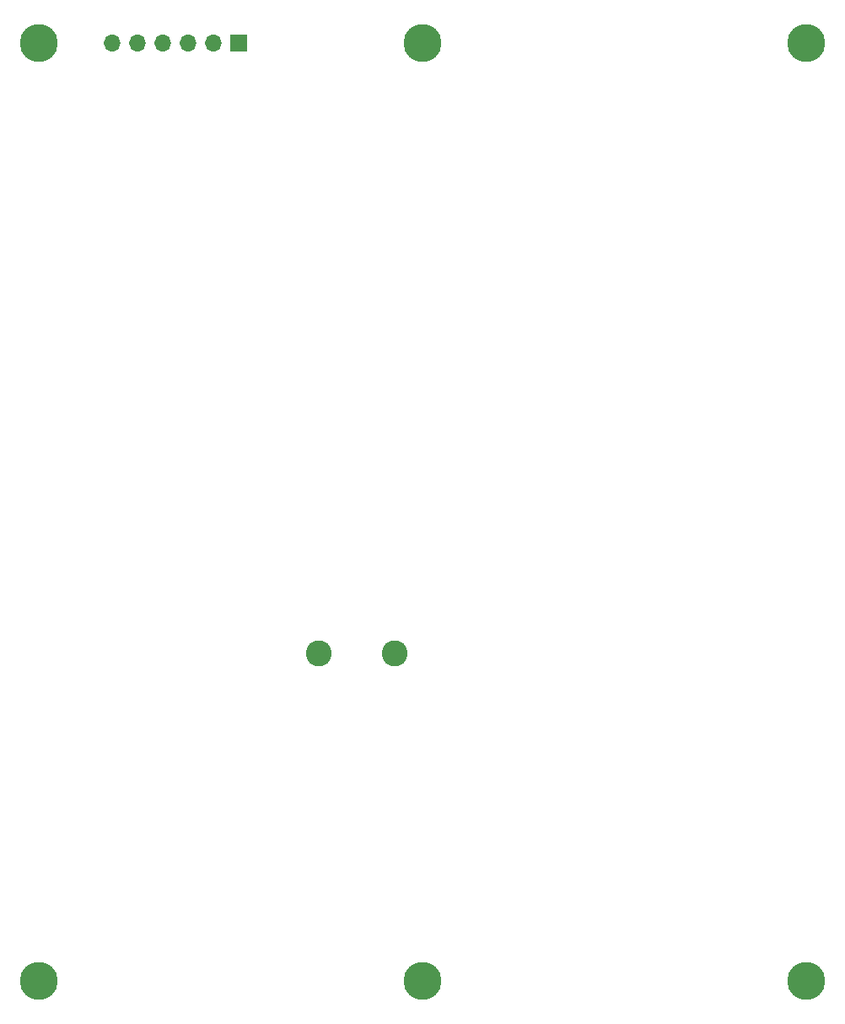
<source format=gbr>
%TF.GenerationSoftware,KiCad,Pcbnew,(6.0.5)*%
%TF.CreationDate,2022-08-19T15:48:38-07:00*%
%TF.ProjectId,Coil_Panels_XY,436f696c-5f50-4616-9e65-6c735f58592e,rev?*%
%TF.SameCoordinates,Original*%
%TF.FileFunction,Soldermask,Top*%
%TF.FilePolarity,Negative*%
%FSLAX46Y46*%
G04 Gerber Fmt 4.6, Leading zero omitted, Abs format (unit mm)*
G04 Created by KiCad (PCBNEW (6.0.5)) date 2022-08-19 15:48:38*
%MOMM*%
%LPD*%
G01*
G04 APERTURE LIST*
%ADD10C,2.600000*%
%ADD11C,3.800000*%
%ADD12R,1.700000X1.700000*%
%ADD13O,1.700000X1.700000*%
G04 APERTURE END LIST*
D10*
%TO.C,H1*%
X111942000Y-49921999D03*
D11*
X111942000Y-49921999D03*
%TD*%
D12*
%TO.C,J1*%
X131942000Y-49921999D03*
D13*
X129402000Y-49921999D03*
X126862000Y-49921999D03*
X124322000Y-49921999D03*
X121782000Y-49921999D03*
X119242000Y-49921999D03*
%TD*%
D10*
%TO.C,H5*%
X150442000Y-143921999D03*
D11*
X150442000Y-143921999D03*
%TD*%
%TO.C,H4*%
X111942000Y-143921999D03*
D10*
X111942000Y-143921999D03*
%TD*%
%TO.C,TP1*%
X139986000Y-111092000D03*
X147606000Y-111092000D03*
%TD*%
%TO.C,H2*%
X150442000Y-49921999D03*
D11*
X150442000Y-49921999D03*
%TD*%
D10*
%TO.C,H3*%
X188942000Y-49921999D03*
D11*
X188942000Y-49921999D03*
%TD*%
D10*
%TO.C,H6*%
X188942000Y-143921999D03*
D11*
X188942000Y-143921999D03*
%TD*%
M02*

</source>
